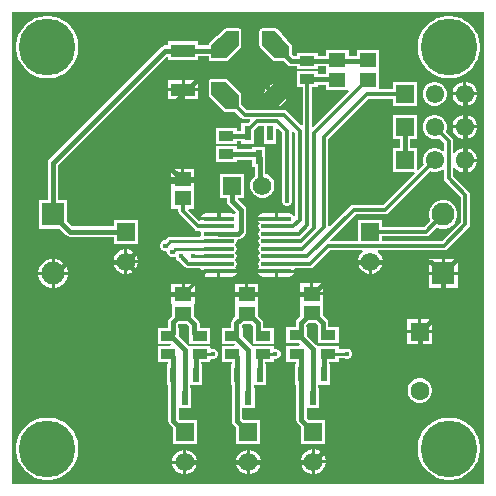
<source format=gtl>
G04*
G04 #@! TF.GenerationSoftware,Altium Limited,Altium Designer,22.2.1 (43)*
G04*
G04 Layer_Physical_Order=1*
G04 Layer_Color=255*
%FSLAX25Y25*%
%MOIN*%
G70*
G04*
G04 #@! TF.SameCoordinates,3B3E58CF-1C3C-4CAC-96B8-8F734E900E2C*
G04*
G04*
G04 #@! TF.FilePolarity,Positive*
G04*
G01*
G75*
%ADD12R,0.08071X0.04331*%
%ADD13R,0.05151X0.03567*%
%ADD14R,0.02402X0.04961*%
%ADD15R,0.05733X0.04940*%
%ADD17C,0.05563*%
%ADD22C,0.06181*%
%ADD23R,0.06181X0.06181*%
%ADD24R,0.06181X0.06181*%
%ADD25C,0.06299*%
%ADD26R,0.06299X0.06299*%
%ADD29O,0.10039X0.01575*%
%ADD30C,0.01575*%
%ADD31C,0.01181*%
%ADD32C,0.01000*%
%ADD33R,0.06102X0.06102*%
%ADD34C,0.06102*%
%ADD35C,0.07677*%
%ADD36R,0.07677X0.07677*%
%ADD37C,0.18898*%
%ADD38C,0.01575*%
G36*
X157480Y0D02*
X0D01*
Y157480D01*
X157480D01*
Y0D01*
D02*
G37*
%LPC*%
G36*
X75563Y151936D02*
X71626D01*
X71469Y151904D01*
X71309Y151881D01*
X71289Y151868D01*
X71265Y151864D01*
X71131Y151774D01*
X70993Y151692D01*
X65875Y147066D01*
X65861Y147047D01*
X65841Y147033D01*
X65751Y146899D01*
X65656Y146771D01*
X65650Y146747D01*
X65636Y146727D01*
X65605Y146570D01*
X65566Y146414D01*
X65119Y146242D01*
X62047D01*
Y147587D01*
X52126D01*
Y146242D01*
X51189D01*
X50521Y146109D01*
X49954Y145731D01*
X12494Y108270D01*
X12115Y107704D01*
X11982Y107035D01*
Y94693D01*
X8964D01*
Y85165D01*
X16023D01*
X18212Y82976D01*
X18778Y82597D01*
X19447Y82464D01*
X33984D01*
Y80195D01*
X42016D01*
Y88226D01*
X33984D01*
Y85957D01*
X20170D01*
X18492Y87635D01*
Y94693D01*
X15474D01*
Y106312D01*
X51626Y142464D01*
X52126Y142256D01*
Y141405D01*
X62047D01*
Y142750D01*
X65565D01*
Y141937D01*
X65636Y141576D01*
X65841Y141270D01*
X66147Y141066D01*
X66508Y140994D01*
X71232D01*
X71232Y140994D01*
X71593Y141066D01*
X71899Y141270D01*
X71899Y141270D01*
X76230Y145601D01*
X76434Y145907D01*
X76506Y146268D01*
X76506Y146268D01*
Y150992D01*
X76434Y151353D01*
X76230Y151659D01*
X75924Y151864D01*
X75563Y151936D01*
D02*
G37*
G36*
X87866D02*
X83437D01*
X83076Y151864D01*
X82770Y151659D01*
X82565Y151353D01*
X82494Y150992D01*
Y146268D01*
X82494Y146268D01*
X82565Y145907D01*
X82770Y145601D01*
X82770Y145601D01*
X87101Y141270D01*
X87407Y141066D01*
X87768Y140994D01*
X87768Y140994D01*
X90787D01*
X91960Y139821D01*
X92526Y139442D01*
X93194Y139309D01*
X95000D01*
Y138347D01*
X102000D01*
Y139309D01*
X104769D01*
Y136691D01*
X102000D01*
Y137653D01*
X95000D01*
Y132236D01*
X96955D01*
Y119664D01*
X96493Y119473D01*
X91703Y124262D01*
X91202Y124597D01*
X90610Y124715D01*
X78258D01*
X76506Y126467D01*
Y129732D01*
X76506Y129732D01*
X76434Y130093D01*
X76230Y130399D01*
X76230Y130399D01*
X71899Y134730D01*
X71593Y134934D01*
X71232Y135006D01*
X71232Y135006D01*
X66508D01*
X66147Y134934D01*
X65841Y134730D01*
X65636Y134424D01*
X65565Y134063D01*
Y130126D01*
X65596Y129969D01*
X65619Y129809D01*
X65632Y129789D01*
X65636Y129765D01*
X65726Y129631D01*
X65808Y129493D01*
X70434Y124375D01*
X70453Y124361D01*
X70467Y124341D01*
X70600Y124251D01*
X70729Y124156D01*
X70753Y124150D01*
X70773Y124136D01*
X70930Y124105D01*
X71086Y124066D01*
X71110Y124069D01*
X71134Y124065D01*
X74537D01*
X76525Y122076D01*
X77027Y121741D01*
X77618Y121624D01*
X77618Y121624D01*
X79428D01*
X79542Y121350D01*
X79570Y121124D01*
X78769Y120323D01*
X76442D01*
Y117802D01*
X75000D01*
Y118764D01*
X68000D01*
Y113347D01*
X75000D01*
Y114309D01*
X76442D01*
Y113512D01*
X80694D01*
Y117877D01*
X81801Y118984D01*
X81805Y118989D01*
X82258Y119443D01*
X83922D01*
Y113512D01*
X88174D01*
Y118436D01*
X88636Y118627D01*
X90187Y117076D01*
Y95232D01*
X90020Y94829D01*
Y94147D01*
X90280Y93518D01*
X90762Y93036D01*
X91392Y92776D01*
X92073D01*
X92702Y93036D01*
X93184Y93518D01*
X93445Y94147D01*
Y94829D01*
X93278Y95232D01*
Y117609D01*
X93536Y117776D01*
X93765Y117829D01*
X94517Y117076D01*
Y89073D01*
X94017Y89024D01*
X93993Y89145D01*
X93598Y89736D01*
X93007Y90131D01*
X92310Y90270D01*
X88577D01*
Y88448D01*
X88077D01*
Y87948D01*
X82122D01*
X82161Y87750D01*
X82556Y87159D01*
X82565Y87115D01*
X82232Y86616D01*
X82099Y85948D01*
X82232Y85280D01*
X82610Y84713D01*
Y84683D01*
X82232Y84116D01*
X82099Y83448D01*
X82232Y82780D01*
X82610Y82213D01*
Y82183D01*
X82232Y81616D01*
X82099Y80948D01*
X82232Y80280D01*
X82610Y79713D01*
Y79682D01*
X82232Y79116D01*
X82099Y78448D01*
X82232Y77780D01*
X82610Y77213D01*
Y77183D01*
X82232Y76616D01*
X82099Y75948D01*
X82232Y75280D01*
X82610Y74713D01*
Y74682D01*
X82232Y74116D01*
X82099Y73448D01*
X82232Y72780D01*
X82565Y72281D01*
X82556Y72237D01*
X82161Y71645D01*
X82122Y71448D01*
X88077D01*
X94072D01*
X94377Y71902D01*
X99432D01*
X100023Y72020D01*
X100525Y72355D01*
X106154Y77984D01*
X116889D01*
X117018Y77501D01*
X116988Y77484D01*
X116227Y76722D01*
X115688Y75789D01*
X115409Y74749D01*
Y74711D01*
X119500D01*
X123591D01*
Y74749D01*
X123312Y75789D01*
X122773Y76722D01*
X122012Y77484D01*
X121982Y77501D01*
X122111Y77984D01*
X144097D01*
X144688Y78102D01*
X145189Y78437D01*
X152274Y85521D01*
X152609Y86023D01*
X152727Y86614D01*
X152726Y86614D01*
Y96457D01*
X152609Y97048D01*
X152274Y97549D01*
X147187Y102636D01*
Y105502D01*
X147687Y105636D01*
X147758Y105512D01*
X148512Y104758D01*
X149436Y104225D01*
X150467Y103949D01*
X150500D01*
Y108000D01*
Y112051D01*
X150467D01*
X149436Y111775D01*
X148512Y111242D01*
X147758Y110487D01*
X147687Y110364D01*
X147187Y110498D01*
Y114435D01*
X147070Y115026D01*
X146734Y115528D01*
X144709Y117554D01*
X144976Y118553D01*
Y119600D01*
X144705Y120612D01*
X144182Y121518D01*
X143442Y122259D01*
X142535Y122782D01*
X141524Y123053D01*
X140477D01*
X139465Y122782D01*
X138558Y122259D01*
X137818Y121518D01*
X137295Y120612D01*
X137024Y119600D01*
Y118553D01*
X137295Y117542D01*
X137818Y116635D01*
X138558Y115895D01*
X139465Y115371D01*
X140477Y115100D01*
X141524D01*
X142523Y115368D01*
X144096Y113795D01*
Y111180D01*
X143634Y110989D01*
X143442Y111182D01*
X142535Y111705D01*
X141524Y111976D01*
X140477D01*
X139465Y111705D01*
X138558Y111182D01*
X137818Y110442D01*
X137295Y109535D01*
X137024Y108523D01*
Y107476D01*
X137291Y106477D01*
X135438Y104624D01*
X134976Y104815D01*
Y111976D01*
X132746D01*
Y115100D01*
X134976D01*
Y123053D01*
X127024D01*
Y115100D01*
X129254D01*
Y111976D01*
X127024D01*
Y104024D01*
X134185D01*
X134376Y103562D01*
X123863Y93049D01*
X113944D01*
X113353Y92931D01*
X112851Y92596D01*
X105982Y85727D01*
X105482Y85934D01*
Y115108D01*
X118906Y128531D01*
X127024D01*
Y126100D01*
X134976D01*
Y134053D01*
X127024D01*
Y131622D01*
X122523D01*
Y137856D01*
Y144646D01*
X114940D01*
Y142802D01*
X112352D01*
Y144646D01*
X104769D01*
Y142802D01*
X102000D01*
Y143764D01*
X95000D01*
Y142802D01*
X93918D01*
X93436Y143284D01*
Y145874D01*
X93404Y146031D01*
X93381Y146191D01*
X93368Y146211D01*
X93364Y146235D01*
X93274Y146369D01*
X93192Y146507D01*
X88566Y151625D01*
X88547Y151639D01*
X88533Y151659D01*
X88399Y151749D01*
X88271Y151844D01*
X88247Y151850D01*
X88227Y151864D01*
X88070Y151895D01*
X87914Y151934D01*
X87890Y151931D01*
X87866Y151936D01*
D02*
G37*
G36*
X146486Y156043D02*
X144853D01*
X143240Y155788D01*
X141687Y155283D01*
X140232Y154542D01*
X138911Y153582D01*
X137756Y152427D01*
X136797Y151107D01*
X136055Y149652D01*
X135551Y148099D01*
X135295Y146486D01*
Y144853D01*
X135551Y143240D01*
X136055Y141687D01*
X136797Y140232D01*
X137756Y138911D01*
X138911Y137756D01*
X140232Y136797D01*
X141687Y136055D01*
X143240Y135551D01*
X144853Y135295D01*
X146486D01*
X148099Y135551D01*
X149652Y136055D01*
X151107Y136797D01*
X152427Y137756D01*
X153582Y138911D01*
X154542Y140232D01*
X155283Y141687D01*
X155788Y143240D01*
X156043Y144853D01*
Y146486D01*
X155788Y148099D01*
X155283Y149652D01*
X154542Y151107D01*
X153582Y152427D01*
X152427Y153582D01*
X151107Y154542D01*
X149652Y155283D01*
X148099Y155788D01*
X146486Y156043D01*
D02*
G37*
G36*
X12628D02*
X10995D01*
X9382Y155788D01*
X7829Y155283D01*
X6374Y154542D01*
X5053Y153582D01*
X3898Y152427D01*
X2938Y151107D01*
X2197Y149652D01*
X1692Y148099D01*
X1437Y146486D01*
Y144853D01*
X1692Y143240D01*
X2197Y141687D01*
X2938Y140232D01*
X3898Y138911D01*
X5053Y137756D01*
X6374Y136797D01*
X7829Y136055D01*
X9382Y135551D01*
X10995Y135295D01*
X12628D01*
X14240Y135551D01*
X15793Y136055D01*
X17248Y136797D01*
X18569Y137756D01*
X19724Y138911D01*
X20684Y140232D01*
X21425Y141687D01*
X21930Y143240D01*
X22185Y144853D01*
Y146486D01*
X21930Y148099D01*
X21425Y149652D01*
X20684Y151107D01*
X19724Y152427D01*
X18569Y153582D01*
X17248Y154542D01*
X15793Y155283D01*
X14240Y155788D01*
X12628Y156043D01*
D02*
G37*
G36*
X62122Y134669D02*
X57587D01*
Y132004D01*
X62122D01*
Y134669D01*
D02*
G37*
G36*
X56587D02*
X52051D01*
Y132004D01*
X56587D01*
Y134669D01*
D02*
G37*
G36*
X151533Y134128D02*
X151500D01*
Y130577D01*
X155051D01*
Y130610D01*
X154775Y131641D01*
X154242Y132564D01*
X153488Y133319D01*
X152564Y133852D01*
X151533Y134128D01*
D02*
G37*
G36*
X150500D02*
X150467D01*
X149436Y133852D01*
X148512Y133319D01*
X147758Y132564D01*
X147225Y131641D01*
X146949Y130610D01*
Y130577D01*
X150500D01*
Y134128D01*
D02*
G37*
G36*
X86998Y133294D02*
X86399Y133133D01*
X85537Y132635D01*
X84833Y131931D01*
X84335Y131069D01*
X84174Y130470D01*
X86998Y133294D01*
D02*
G37*
G36*
X62122Y131004D02*
X57587D01*
Y128339D01*
X62122D01*
Y131004D01*
D02*
G37*
G36*
X56587D02*
X52051D01*
Y128339D01*
X56587D01*
Y131004D01*
D02*
G37*
G36*
X141524Y134053D02*
X140477D01*
X139465Y133782D01*
X138558Y133259D01*
X137818Y132518D01*
X137295Y131612D01*
X137024Y130600D01*
Y129553D01*
X137295Y128542D01*
X137818Y127635D01*
X138558Y126895D01*
X139465Y126371D01*
X140477Y126100D01*
X141524D01*
X142535Y126371D01*
X143442Y126895D01*
X144182Y127635D01*
X144705Y128542D01*
X144976Y129553D01*
Y130600D01*
X144705Y131612D01*
X144182Y132518D01*
X143442Y133259D01*
X142535Y133782D01*
X141524Y134053D01*
D02*
G37*
G36*
X155051Y129577D02*
X151500D01*
Y126026D01*
X151533D01*
X152564Y126302D01*
X153488Y126835D01*
X154242Y127589D01*
X154775Y128513D01*
X155051Y129543D01*
Y129577D01*
D02*
G37*
G36*
X150500D02*
X146949D01*
Y129543D01*
X147225Y128513D01*
X147758Y127589D01*
X148512Y126835D01*
X149436Y126302D01*
X150467Y126026D01*
X150500D01*
Y129577D01*
D02*
G37*
G36*
X91640Y129109D02*
X91573D01*
X88687Y125916D01*
X89319Y126085D01*
X90181Y126583D01*
X90885Y127287D01*
X91383Y128149D01*
X91640Y129109D01*
D02*
G37*
G36*
X151533Y123128D02*
X151500D01*
Y119577D01*
X155051D01*
Y119610D01*
X154775Y120641D01*
X154242Y121564D01*
X153488Y122319D01*
X152564Y122852D01*
X151533Y123128D01*
D02*
G37*
G36*
X150500D02*
X150467D01*
X149436Y122852D01*
X148512Y122319D01*
X147758Y121564D01*
X147225Y120641D01*
X146949Y119610D01*
Y119577D01*
X150500D01*
Y123128D01*
D02*
G37*
G36*
X155051Y118577D02*
X151500D01*
Y115026D01*
X151533D01*
X152564Y115302D01*
X153488Y115835D01*
X154242Y116589D01*
X154775Y117513D01*
X155051Y118544D01*
Y118577D01*
D02*
G37*
G36*
X150500D02*
X146949D01*
Y118544D01*
X147225Y117513D01*
X147758Y116589D01*
X148512Y115835D01*
X149436Y115302D01*
X150467Y115026D01*
X150500D01*
Y118577D01*
D02*
G37*
G36*
X151533Y112051D02*
X151500D01*
Y108500D01*
X155051D01*
Y108533D01*
X154775Y109564D01*
X154242Y110487D01*
X153488Y111242D01*
X152564Y111775D01*
X151533Y112051D01*
D02*
G37*
G36*
X155051Y107500D02*
X151500D01*
Y103949D01*
X151533D01*
X152564Y104225D01*
X153488Y104758D01*
X154242Y105512D01*
X154775Y106436D01*
X155051Y107467D01*
Y107500D01*
D02*
G37*
G36*
X60866Y105221D02*
X57500D01*
Y102251D01*
X60866D01*
Y105221D01*
D02*
G37*
G36*
X56500D02*
X53133D01*
Y102251D01*
X56500D01*
Y105221D01*
D02*
G37*
G36*
X75000Y112653D02*
X68000D01*
Y107236D01*
X75000D01*
Y108198D01*
X80182D01*
Y105677D01*
X80975D01*
Y102654D01*
X80287Y101966D01*
X79758Y101050D01*
X79484Y100029D01*
Y98971D01*
X79758Y97950D01*
X80287Y97034D01*
X81034Y96287D01*
X81950Y95758D01*
X82971Y95484D01*
X84029D01*
X85050Y95758D01*
X85966Y96287D01*
X86713Y97034D01*
X87242Y97950D01*
X87516Y98971D01*
Y100029D01*
X87242Y101050D01*
X86713Y101966D01*
X85966Y102713D01*
X85050Y103242D01*
X84468Y103398D01*
Y108669D01*
X84434Y108838D01*
Y112488D01*
X80182D01*
Y111691D01*
X75000D01*
Y112653D01*
D02*
G37*
G36*
X77516Y103516D02*
X69484D01*
Y95484D01*
X71754D01*
Y94341D01*
X71887Y93673D01*
X72265Y93107D01*
X74632Y90740D01*
Y90252D01*
X74132Y89985D01*
X73913Y90131D01*
X73215Y90270D01*
X69483D01*
Y88448D01*
X68983D01*
Y87948D01*
X62992D01*
X62975Y87920D01*
X62436Y87781D01*
X58863Y91354D01*
X59070Y91854D01*
X60792D01*
Y98281D01*
X60866D01*
Y101251D01*
X57000D01*
X53133D01*
Y98281D01*
X53208D01*
Y91854D01*
X55454D01*
Y91031D01*
X55572Y90440D01*
X55907Y89939D01*
X60991Y84855D01*
X61492Y84520D01*
X62084Y84402D01*
X62773D01*
X63095Y83902D01*
X63004Y83448D01*
X63113Y82901D01*
X62835Y82401D01*
X52757D01*
X52201Y82290D01*
X51729Y81975D01*
X50994Y81240D01*
X50840D01*
X50211Y80979D01*
X49729Y80498D01*
X49468Y79868D01*
Y79187D01*
X49729Y78557D01*
X50211Y78076D01*
X50840Y77815D01*
X51522D01*
X51831Y77402D01*
Y77218D01*
X52091Y76589D01*
X52573Y76107D01*
X53203Y75846D01*
X53884D01*
X54087Y75930D01*
X54587Y75644D01*
X54847Y75014D01*
X55329Y74532D01*
X55733Y74365D01*
X57743Y72355D01*
X57743Y72355D01*
X58244Y72020D01*
X58836Y71902D01*
X58836Y71902D01*
X62683D01*
X62988Y71448D01*
X68983D01*
X74938D01*
X74899Y71645D01*
X74504Y72237D01*
X74495Y72281D01*
X74828Y72780D01*
X74961Y73448D01*
X74828Y74116D01*
X74450Y74682D01*
Y74713D01*
X74828Y75280D01*
X74961Y75948D01*
X74828Y76616D01*
X74450Y77183D01*
Y77213D01*
X74828Y77780D01*
X74961Y78448D01*
X74828Y79116D01*
X74450Y79682D01*
Y79713D01*
X74828Y80280D01*
X74961Y80948D01*
X74911Y81202D01*
X75321Y81702D01*
X75455D01*
X76124Y81835D01*
X76690Y82213D01*
X77613Y83136D01*
X77991Y83702D01*
X78124Y84370D01*
Y91464D01*
X77991Y92132D01*
X77613Y92698D01*
X75327Y94984D01*
X75440Y95484D01*
X77516D01*
Y103516D01*
D02*
G37*
G36*
X68483Y90270D02*
X64751D01*
X64053Y90131D01*
X63462Y89736D01*
X63067Y89145D01*
X63028Y88948D01*
X68483D01*
Y90270D01*
D02*
G37*
G36*
X87577D02*
X83845D01*
X83148Y90131D01*
X82556Y89736D01*
X82161Y89145D01*
X82122Y88948D01*
X87577D01*
Y90270D01*
D02*
G37*
G36*
X38539Y78301D02*
X38500D01*
Y74711D01*
X42091D01*
Y74749D01*
X41812Y75789D01*
X41273Y76722D01*
X40512Y77484D01*
X39579Y78022D01*
X38539Y78301D01*
D02*
G37*
G36*
X37500D02*
X37462D01*
X36421Y78022D01*
X35488Y77484D01*
X34727Y76722D01*
X34188Y75789D01*
X33909Y74749D01*
Y74711D01*
X37500D01*
Y78301D01*
D02*
G37*
G36*
X14365Y75083D02*
X14228D01*
Y70744D01*
X18567D01*
Y70881D01*
X18237Y72112D01*
X17600Y73215D01*
X16699Y74116D01*
X15596Y74753D01*
X14365Y75083D01*
D02*
G37*
G36*
X13228D02*
X13091D01*
X11861Y74753D01*
X10757Y74116D01*
X9856Y73215D01*
X9219Y72112D01*
X8890Y70881D01*
Y70744D01*
X13228D01*
Y75083D01*
D02*
G37*
G36*
X148610Y75083D02*
X144272D01*
Y70744D01*
X148610D01*
Y75083D01*
D02*
G37*
G36*
X143272D02*
X138933D01*
Y70744D01*
X143272D01*
Y75083D01*
D02*
G37*
G36*
X123591Y73711D02*
X120000D01*
Y70120D01*
X120038D01*
X121079Y70399D01*
X122012Y70937D01*
X122773Y71699D01*
X123312Y72632D01*
X123591Y73672D01*
Y73711D01*
D02*
G37*
G36*
X119000D02*
X115409D01*
Y73672D01*
X115688Y72632D01*
X116227Y71699D01*
X116988Y70937D01*
X117921Y70399D01*
X118962Y70120D01*
X119000D01*
Y73711D01*
D02*
G37*
G36*
X42091D02*
X38500D01*
Y70120D01*
X38539D01*
X39579Y70399D01*
X40512Y70937D01*
X41273Y71699D01*
X41812Y72632D01*
X42091Y73672D01*
Y73711D01*
D02*
G37*
G36*
X37500D02*
X33909D01*
Y73672D01*
X34188Y72632D01*
X34727Y71699D01*
X35488Y70937D01*
X36421Y70399D01*
X37462Y70120D01*
X37500D01*
Y73711D01*
D02*
G37*
G36*
X94033Y70448D02*
X88577D01*
Y69125D01*
X92310D01*
X93007Y69264D01*
X93598Y69659D01*
X93993Y70250D01*
X94033Y70448D01*
D02*
G37*
G36*
X87577D02*
X82122D01*
X82161Y70250D01*
X82556Y69659D01*
X83148Y69264D01*
X83845Y69125D01*
X87577D01*
Y70448D01*
D02*
G37*
G36*
X74938Y70448D02*
X69483D01*
Y69125D01*
X73215D01*
X73913Y69264D01*
X74504Y69659D01*
X74899Y70250D01*
X74938Y70448D01*
D02*
G37*
G36*
X68483D02*
X63028D01*
X63067Y70250D01*
X63462Y69659D01*
X64053Y69264D01*
X64751Y69125D01*
X68483D01*
Y70448D01*
D02*
G37*
G36*
X18567Y69744D02*
X14228D01*
Y65406D01*
X14365D01*
X15596Y65735D01*
X16699Y66372D01*
X17600Y67273D01*
X18237Y68376D01*
X18567Y69607D01*
Y69744D01*
D02*
G37*
G36*
X13228D02*
X8890D01*
Y69607D01*
X9219Y68376D01*
X9856Y67273D01*
X10757Y66372D01*
X11861Y65735D01*
X13091Y65406D01*
X13228D01*
Y69744D01*
D02*
G37*
G36*
X148610Y69744D02*
X144272D01*
Y65406D01*
X148610D01*
Y69744D01*
D02*
G37*
G36*
X143272D02*
X138933D01*
Y65406D01*
X143272D01*
Y69744D01*
D02*
G37*
G36*
X103867Y66970D02*
X100500D01*
Y64000D01*
X103867D01*
Y66970D01*
D02*
G37*
G36*
X99500D02*
X96134D01*
Y64000D01*
X99500D01*
Y66970D01*
D02*
G37*
G36*
X82213Y66856D02*
X78847D01*
Y63886D01*
X82213D01*
Y66856D01*
D02*
G37*
G36*
X60953D02*
X57587D01*
Y63886D01*
X60953D01*
Y66856D01*
D02*
G37*
G36*
X56587D02*
X53220D01*
Y63886D01*
X56587D01*
Y66856D01*
D02*
G37*
G36*
X77846D02*
X74480D01*
Y63886D01*
X77846D01*
Y66856D01*
D02*
G37*
G36*
X140150Y54992D02*
X136500D01*
Y51342D01*
X140150D01*
Y54992D01*
D02*
G37*
G36*
X135500D02*
X131850D01*
Y51342D01*
X135500D01*
Y54992D01*
D02*
G37*
G36*
X103867Y63000D02*
X100000D01*
X96134D01*
Y60030D01*
X96208D01*
Y56072D01*
X95222Y55086D01*
X94844Y54519D01*
X94710Y53851D01*
Y52326D01*
X91500D01*
Y46908D01*
X95841D01*
X95988Y46715D01*
X95740Y46215D01*
X91500D01*
Y40797D01*
X94774D01*
Y40033D01*
X94394D01*
Y33222D01*
X94774D01*
Y21480D01*
X94906Y20812D01*
X95285Y20246D01*
X96484Y19046D01*
Y13484D01*
X104516D01*
Y21516D01*
X98954D01*
X98266Y22204D01*
Y25387D01*
X102386D01*
Y32198D01*
X102006D01*
Y33222D01*
X106126D01*
Y40033D01*
X105746D01*
Y40797D01*
X108950D01*
Y42053D01*
X110645D01*
X111272Y41793D01*
X111953D01*
X112582Y42054D01*
X113064Y42536D01*
X113325Y43165D01*
Y43847D01*
X113064Y44476D01*
X112582Y44958D01*
X111953Y45219D01*
X111272D01*
X110645Y44959D01*
X108950D01*
Y46215D01*
X101949D01*
X101949Y46215D01*
Y46215D01*
X101502Y46372D01*
X101495Y46383D01*
X98500Y49377D01*
Y52326D01*
X98203D01*
Y53128D01*
X98678Y53603D01*
X101322D01*
X101916Y53009D01*
Y50613D01*
X101949Y50444D01*
Y46908D01*
X108950D01*
Y52326D01*
X105408D01*
Y53733D01*
X105275Y54401D01*
X104897Y54967D01*
X103792Y56072D01*
Y60030D01*
X103867D01*
Y63000D01*
D02*
G37*
G36*
X82213Y62886D02*
X78347D01*
X74480D01*
Y59916D01*
X74555D01*
Y55957D01*
X73655Y55058D01*
X73277Y54491D01*
X73144Y53823D01*
Y52211D01*
X69896D01*
Y46794D01*
X74237D01*
X74385Y46600D01*
X74137Y46101D01*
X69896D01*
Y40683D01*
X73360D01*
Y39919D01*
X72980D01*
Y33108D01*
X73360D01*
Y21126D01*
X73493Y20458D01*
X73872Y19891D01*
X74831Y18932D01*
Y13370D01*
X82862D01*
Y21402D01*
X77300D01*
X76852Y21849D01*
Y25273D01*
X80972D01*
Y32084D01*
X80593D01*
Y33108D01*
X84713D01*
Y39919D01*
X84333D01*
Y40683D01*
X87347D01*
Y41551D01*
X87539Y41679D01*
X88221D01*
X88850Y41940D01*
X89332Y42422D01*
X89592Y43051D01*
Y43732D01*
X89332Y44362D01*
X88850Y44844D01*
X88221Y45104D01*
X87539D01*
X87347Y45233D01*
Y46101D01*
X80346D01*
X80346Y46101D01*
X79909Y46252D01*
X76897Y49263D01*
Y52211D01*
X76636D01*
Y53100D01*
X77025Y53489D01*
X79669D01*
X80313Y52845D01*
Y50499D01*
X80346Y50330D01*
Y46794D01*
X87347D01*
Y52211D01*
X83805D01*
Y53568D01*
X83672Y54237D01*
X83293Y54803D01*
X82138Y55958D01*
Y59916D01*
X82213D01*
Y62886D01*
D02*
G37*
G36*
X60953D02*
X57087D01*
X53220D01*
Y59916D01*
X53295D01*
Y55958D01*
X52549Y55212D01*
X52170Y54646D01*
X52037Y53977D01*
Y52211D01*
X48636D01*
Y46794D01*
X52977D01*
X53125Y46600D01*
X52877Y46101D01*
X48636D01*
Y40683D01*
X52100D01*
Y39919D01*
X51720D01*
Y33108D01*
X52100D01*
Y21126D01*
X52233Y20458D01*
X52612Y19891D01*
X53571Y18932D01*
Y13370D01*
X61602D01*
Y21402D01*
X56040D01*
X55593Y21849D01*
Y25273D01*
X59713D01*
Y32084D01*
X59333D01*
Y33108D01*
X63453D01*
Y39919D01*
X63073D01*
Y40683D01*
X66148D01*
Y41447D01*
X66563Y41725D01*
X66673Y41679D01*
X67354D01*
X67984Y41940D01*
X68466Y42422D01*
X68726Y43051D01*
Y43732D01*
X68466Y44362D01*
X67984Y44844D01*
X67354Y45104D01*
X66673D01*
X66563Y45059D01*
X66148Y45337D01*
Y46101D01*
X59147D01*
X59147Y46101D01*
X58692Y46209D01*
X55637Y49263D01*
Y52211D01*
X55530D01*
Y53254D01*
X55764Y53489D01*
X58409D01*
X59113Y52785D01*
Y50499D01*
X59147Y50330D01*
Y46794D01*
X66148D01*
Y52211D01*
X62605D01*
Y53508D01*
X62472Y54176D01*
X62094Y54742D01*
X60878Y55958D01*
Y59916D01*
X60953D01*
Y62886D01*
D02*
G37*
G36*
X140150Y50343D02*
X136500D01*
Y46693D01*
X140150D01*
Y50343D01*
D02*
G37*
G36*
X135500D02*
X131850D01*
Y46693D01*
X135500D01*
Y50343D01*
D02*
G37*
G36*
X136537Y35232D02*
X135464D01*
X134427Y34955D01*
X133498Y34418D01*
X132739Y33659D01*
X132203Y32730D01*
X131925Y31694D01*
Y30621D01*
X132203Y29585D01*
X132739Y28655D01*
X133498Y27897D01*
X134427Y27360D01*
X135464Y27083D01*
X136537D01*
X137573Y27360D01*
X138502Y27897D01*
X139261Y28655D01*
X139797Y29585D01*
X140075Y30621D01*
Y31694D01*
X139797Y32730D01*
X139261Y33659D01*
X138502Y34418D01*
X137573Y34955D01*
X136537Y35232D01*
D02*
G37*
G36*
X101039Y11591D02*
X101000D01*
Y8000D01*
X104591D01*
Y8038D01*
X104312Y9079D01*
X103773Y10012D01*
X103012Y10773D01*
X102079Y11312D01*
X101039Y11591D01*
D02*
G37*
G36*
X100000D02*
X99962D01*
X98921Y11312D01*
X97988Y10773D01*
X97227Y10012D01*
X96688Y9079D01*
X96409Y8038D01*
Y8000D01*
X100000D01*
Y11591D01*
D02*
G37*
G36*
X79385Y11476D02*
X79347D01*
Y7886D01*
X82937D01*
Y7924D01*
X82658Y8965D01*
X82120Y9898D01*
X81358Y10659D01*
X80425Y11198D01*
X79385Y11476D01*
D02*
G37*
G36*
X58125D02*
X58087D01*
Y7886D01*
X61677D01*
Y7924D01*
X61398Y8965D01*
X60860Y9898D01*
X60098Y10659D01*
X59166Y11198D01*
X58125Y11476D01*
D02*
G37*
G36*
X78347D02*
X78308D01*
X77268Y11198D01*
X76335Y10659D01*
X75573Y9898D01*
X75035Y8965D01*
X74756Y7924D01*
Y7886D01*
X78347D01*
Y11476D01*
D02*
G37*
G36*
X57087D02*
X57048D01*
X56008Y11198D01*
X55075Y10659D01*
X54313Y9898D01*
X53775Y8965D01*
X53496Y7924D01*
Y7886D01*
X57087D01*
Y11476D01*
D02*
G37*
G36*
X104591Y7000D02*
X101000D01*
Y3409D01*
X101039D01*
X102079Y3688D01*
X103012Y4227D01*
X103773Y4988D01*
X104312Y5921D01*
X104591Y6961D01*
Y7000D01*
D02*
G37*
G36*
X100000D02*
X96409D01*
Y6961D01*
X96688Y5921D01*
X97227Y4988D01*
X97988Y4227D01*
X98921Y3688D01*
X99962Y3409D01*
X100000D01*
Y7000D01*
D02*
G37*
G36*
X82937Y6886D02*
X79347D01*
Y3295D01*
X79385D01*
X80425Y3574D01*
X81358Y4113D01*
X82120Y4874D01*
X82658Y5807D01*
X82937Y6847D01*
Y6886D01*
D02*
G37*
G36*
X78347D02*
X74756D01*
Y6847D01*
X75035Y5807D01*
X75573Y4874D01*
X76335Y4113D01*
X77268Y3574D01*
X78308Y3295D01*
X78347D01*
Y6886D01*
D02*
G37*
G36*
X61677D02*
X58087D01*
Y3295D01*
X58125D01*
X59166Y3574D01*
X60098Y4113D01*
X60860Y4874D01*
X61398Y5807D01*
X61677Y6847D01*
Y6886D01*
D02*
G37*
G36*
X57087D02*
X53496D01*
Y6847D01*
X53775Y5807D01*
X54313Y4874D01*
X55075Y4113D01*
X56008Y3574D01*
X57048Y3295D01*
X57087D01*
Y6886D01*
D02*
G37*
G36*
X146486Y22185D02*
X144853D01*
X143240Y21930D01*
X141687Y21425D01*
X140232Y20684D01*
X138911Y19724D01*
X137756Y18569D01*
X136797Y17248D01*
X136055Y15793D01*
X135551Y14240D01*
X135295Y12628D01*
Y10995D01*
X135551Y9382D01*
X136055Y7829D01*
X136797Y6374D01*
X137756Y5053D01*
X138911Y3898D01*
X140232Y2938D01*
X141687Y2197D01*
X143240Y1692D01*
X144853Y1437D01*
X146486D01*
X148099Y1692D01*
X149652Y2197D01*
X151107Y2938D01*
X152427Y3898D01*
X153582Y5053D01*
X154542Y6374D01*
X155283Y7829D01*
X155788Y9382D01*
X156043Y10995D01*
Y12628D01*
X155788Y14240D01*
X155283Y15793D01*
X154542Y17248D01*
X153582Y18569D01*
X152427Y19724D01*
X151107Y20684D01*
X149652Y21425D01*
X148099Y21930D01*
X146486Y22185D01*
D02*
G37*
G36*
X12628D02*
X10995D01*
X9382Y21930D01*
X7829Y21425D01*
X6374Y20684D01*
X5053Y19724D01*
X3898Y18569D01*
X2938Y17248D01*
X2197Y15793D01*
X1692Y14240D01*
X1437Y12628D01*
Y10995D01*
X1692Y9382D01*
X2197Y7829D01*
X2938Y6374D01*
X3898Y5053D01*
X5053Y3898D01*
X6374Y2938D01*
X7829Y2197D01*
X9382Y1692D01*
X10995Y1437D01*
X12628D01*
X14240Y1692D01*
X15793Y2197D01*
X17248Y2938D01*
X18569Y3898D01*
X19724Y5053D01*
X20684Y6374D01*
X21425Y7829D01*
X21930Y9382D01*
X22185Y10995D01*
Y12628D01*
X21930Y14240D01*
X21425Y15793D01*
X20684Y17248D01*
X19724Y18569D01*
X18569Y19724D01*
X17248Y20684D01*
X15793Y21425D01*
X14240Y21930D01*
X12628Y22185D01*
D02*
G37*
%LPD*%
G36*
X75563Y146268D02*
X71232Y141937D01*
X66508D01*
Y146366D01*
X71626Y150992D01*
X75563D01*
Y146268D01*
D02*
G37*
G36*
X92492Y145874D02*
Y141937D01*
X87768D01*
X83437Y146268D01*
Y150992D01*
X87866D01*
X92492Y145874D01*
D02*
G37*
G36*
X75563Y129732D02*
Y125008D01*
X71134D01*
X66508Y130126D01*
Y134063D01*
X71232D01*
X75563Y129732D01*
D02*
G37*
G36*
X104769Y131354D02*
X112047D01*
X112254Y130854D01*
X100507Y119107D01*
X100046Y119299D01*
Y132236D01*
X102000D01*
Y133198D01*
X104769D01*
Y131354D01*
D02*
G37*
G36*
X144096Y104820D02*
Y101996D01*
X144214Y101405D01*
X144549Y100903D01*
X149636Y95816D01*
Y87254D01*
X143456Y81075D01*
X123516D01*
Y82665D01*
X138053D01*
X138645Y82783D01*
X139146Y83118D01*
X141670Y85642D01*
X141933Y85490D01*
X143145Y85165D01*
X144399D01*
X145610Y85490D01*
X146697Y86117D01*
X147584Y87004D01*
X148211Y88090D01*
X148536Y89302D01*
Y90556D01*
X148211Y91768D01*
X147584Y92854D01*
X146697Y93741D01*
X145610Y94368D01*
X144399Y94693D01*
X143145D01*
X141933Y94368D01*
X140847Y93741D01*
X139960Y92854D01*
X139333Y91768D01*
X139008Y90556D01*
Y89302D01*
X139333Y88090D01*
X139484Y87827D01*
X137413Y85756D01*
X123516D01*
Y88226D01*
X115484D01*
Y81075D01*
X106355D01*
X106164Y81537D01*
X114584Y89958D01*
X124503D01*
X125094Y90075D01*
X125596Y90410D01*
X139477Y104291D01*
X140477Y104024D01*
X141524D01*
X142535Y104295D01*
X143442Y104818D01*
X143634Y105011D01*
X144096Y104820D01*
D02*
G37*
D12*
X57087Y131504D02*
D03*
Y144496D02*
D03*
D13*
X83846Y43392D02*
D03*
Y49503D02*
D03*
X73397Y43392D02*
D03*
Y49503D02*
D03*
X71500Y116055D02*
D03*
Y109945D02*
D03*
X98500Y134945D02*
D03*
Y141055D02*
D03*
X95000Y43506D02*
D03*
Y49617D02*
D03*
X105450Y43506D02*
D03*
Y49617D02*
D03*
X62647Y43392D02*
D03*
Y49503D02*
D03*
X52137Y43392D02*
D03*
Y49503D02*
D03*
D14*
X82308Y109083D02*
D03*
X78568Y116917D02*
D03*
X86048D02*
D03*
X100260Y28793D02*
D03*
X96520Y36628D02*
D03*
X104000D02*
D03*
X78847Y28679D02*
D03*
X75106Y36513D02*
D03*
X82587D02*
D03*
X57587Y28679D02*
D03*
X53847Y36513D02*
D03*
X61327D02*
D03*
D15*
X108560Y134749D02*
D03*
Y141251D02*
D03*
X118731Y134749D02*
D03*
Y141251D02*
D03*
X57000Y101751D02*
D03*
Y95249D02*
D03*
X100000Y63500D02*
D03*
Y56998D02*
D03*
X78347Y63386D02*
D03*
Y56884D02*
D03*
X57087Y63386D02*
D03*
Y56884D02*
D03*
D17*
X71141Y129609D02*
D03*
X87859D02*
D03*
Y146391D02*
D03*
X71109Y146359D02*
D03*
D22*
X119500Y74211D02*
D03*
X83500Y99500D02*
D03*
X38000Y74211D02*
D03*
X100500Y7500D02*
D03*
X78847Y7386D02*
D03*
X57587D02*
D03*
D23*
X119500Y84211D02*
D03*
X38000D02*
D03*
X100500Y17500D02*
D03*
X78847Y17386D02*
D03*
X57587D02*
D03*
D24*
X73500Y99500D02*
D03*
D25*
X136000Y31157D02*
D03*
D26*
Y50842D02*
D03*
D29*
X88077Y70948D02*
D03*
Y73448D02*
D03*
Y75948D02*
D03*
Y78448D02*
D03*
Y80948D02*
D03*
Y83448D02*
D03*
Y85948D02*
D03*
Y88448D02*
D03*
X68983Y70948D02*
D03*
Y73448D02*
D03*
Y75948D02*
D03*
Y78448D02*
D03*
Y80948D02*
D03*
Y83448D02*
D03*
Y85948D02*
D03*
Y88448D02*
D03*
D30*
X51189Y144496D02*
X58957D01*
X13728Y107035D02*
X51189Y144496D01*
X13728Y89929D02*
Y107035D01*
X58957Y144496D02*
X68167D01*
X70030Y146359D01*
X71109D01*
X56430Y101181D02*
X57000Y101751D01*
X51181Y101181D02*
X56430D01*
X48031Y98032D02*
X51181Y101181D01*
X48031Y84242D02*
Y98032D01*
X38000Y74211D02*
X48031Y84242D01*
X143772Y70244D02*
X154331Y80803D01*
Y98032D01*
X151000Y101362D02*
X154331Y98032D01*
X151000Y101362D02*
Y108000D01*
X43751Y112784D02*
Y116819D01*
X63940Y137008D01*
X80460D01*
X87859Y129609D01*
X52559Y105795D02*
X56603Y101751D01*
X43751Y108748D02*
Y112784D01*
Y108748D02*
X46704Y105795D01*
X52559D01*
X57483Y63386D02*
X78347D01*
X57644Y7443D02*
X100443D01*
X100500Y7500D02*
X136000Y43000D01*
Y50842D01*
X14564Y70244D02*
X18531Y74211D01*
X38000D01*
X13728Y70244D02*
X14564D01*
X48825Y63386D02*
X57087D01*
X38000Y74211D02*
X48825Y63386D01*
X100397Y63500D02*
X111107Y74211D01*
X100000Y63500D02*
X100397D01*
X111107Y74211D02*
X119500D01*
X78347Y63386D02*
X99886D01*
X100000Y63500D01*
X139805Y74211D02*
X143772Y70244D01*
X119500Y74211D02*
X139805D01*
X136000Y50842D02*
X143772Y58614D01*
Y70244D01*
X78568Y116469D02*
Y116917D01*
X131000Y108000D02*
Y119077D01*
X108365Y134945D02*
X108560Y134749D01*
X98500Y134945D02*
X108365D01*
X71500Y116055D02*
X78154D01*
X78568Y116469D01*
X81895Y109945D02*
X82308Y109531D01*
X71500Y109945D02*
X81895D01*
X82308Y109083D02*
Y109531D01*
X82722Y100278D02*
X83500Y99500D01*
X82308Y109083D02*
X82722Y108669D01*
Y100278D02*
Y108669D01*
X98500Y141055D02*
X118536D01*
X87859Y146391D02*
X93194Y141055D01*
X98500D01*
X118536D02*
X118731Y141251D01*
X151000Y119077D02*
Y130077D01*
Y108000D02*
Y119077D01*
X100443Y7443D02*
X100500Y7500D01*
X57587Y7386D02*
X57644Y7443D01*
X73500Y94341D02*
Y99500D01*
Y94341D02*
X76378Y91464D01*
Y84370D02*
Y91464D01*
X75455Y83448D02*
X76378Y84370D01*
X68983Y83448D02*
X75455D01*
X74188Y49503D02*
X78847Y44844D01*
Y28679D02*
Y44844D01*
X53784Y50499D02*
Y53977D01*
X56690Y56884D01*
X57483D01*
X74890Y50499D02*
Y53823D01*
X76267Y55200D02*
Y55201D01*
X74890Y53823D02*
X76267Y55200D01*
X77950Y56884D02*
X78743D01*
X76267Y55201D02*
X77950Y56884D01*
X73792Y49898D02*
X74289D01*
X74890Y50499D01*
X53183Y49898D02*
X53784Y50499D01*
X52533Y49898D02*
X53183D01*
X99603Y56998D02*
X100397D01*
X96457Y50613D02*
Y53851D01*
X99603Y56998D01*
X95856Y50013D02*
X96457Y50613D01*
X95396Y50013D02*
X95856D01*
X103662Y50613D02*
Y53733D01*
X104658Y49617D02*
X105450D01*
X103662Y50613D02*
X104658Y49617D01*
X100397Y56998D02*
X103662Y53733D01*
X95000Y49617D02*
X95792D01*
X100260Y28793D02*
Y45149D01*
X95792Y49617D02*
X100260Y45149D01*
X82059Y50499D02*
X83055Y49503D01*
X78743Y56884D02*
X82059Y53568D01*
X83055Y49503D02*
X83846D01*
X82059Y50499D02*
Y53568D01*
X73397Y49503D02*
X74188D01*
X60859Y50499D02*
Y53508D01*
X57483Y56884D02*
X60859Y53508D01*
X61855Y49503D02*
X62647D01*
X60859Y50499D02*
X61855Y49503D01*
X57587Y28679D02*
Y44844D01*
X52929Y49503D02*
X57587Y44844D01*
X52137Y49503D02*
X52929D01*
X104996Y43506D02*
X105450D01*
X104000Y36628D02*
Y42510D01*
X104996Y43506D01*
X62323Y43392D02*
X62647D01*
X61327Y36513D02*
Y42396D01*
X62323Y43392D01*
X83583D02*
X83846D01*
X82587Y36513D02*
Y42396D01*
X83583Y43392D01*
X96520Y36628D02*
Y42510D01*
X95524Y43506D02*
X96520Y42510D01*
X95000Y43506D02*
X95524D01*
X53847Y36513D02*
Y42396D01*
X52850Y43392D02*
X53847Y42396D01*
X52137Y43392D02*
X52850D01*
X73397D02*
X74110D01*
X75106Y36513D02*
Y42396D01*
X74110Y43392D02*
X75106Y42396D01*
X96520Y21480D02*
Y36628D01*
Y21480D02*
X100500Y17500D01*
X53847Y21126D02*
X57587Y17386D01*
X53847Y21126D02*
Y36513D01*
X75106Y21126D02*
X78847Y17386D01*
X75106Y21126D02*
Y36513D01*
X19447Y84211D02*
X38000D01*
X13728Y89929D02*
X19447Y84211D01*
D31*
X60946Y100931D02*
X68983Y92894D01*
X57000Y101751D02*
X57820Y100931D01*
X60946D01*
X79134Y85433D02*
X82073Y88372D01*
X78530Y70948D02*
X79134Y71552D01*
Y85433D01*
X78530Y70948D02*
X88077D01*
X68983D02*
X78530D01*
X88002Y88372D02*
X88077Y88448D01*
X82073Y88372D02*
X88002D01*
X151181Y86614D02*
Y96457D01*
X145642Y101996D02*
X151181Y96457D01*
X144097Y79530D02*
X151181Y86614D01*
X68983Y88448D02*
Y92894D01*
X59363Y65560D02*
X64751Y70948D01*
X59363Y65265D02*
Y65560D01*
X64751Y70948D02*
X68983D01*
X57483Y63386D02*
X59363Y65265D01*
X57087Y63386D02*
X57483D01*
X105514Y79530D02*
X144097D01*
X91732Y94488D02*
Y117717D01*
X81618Y120988D02*
X88461D01*
X91732Y117717D01*
X80709Y120077D02*
Y120079D01*
X81618Y120988D01*
X78568Y118197D02*
X79178Y118807D01*
X79439D01*
X80709Y120077D01*
X78568Y116917D02*
Y118197D01*
X138053Y84211D02*
X143772Y89929D01*
X119500Y84211D02*
X138053D01*
X90610Y123169D02*
X96063Y117717D01*
X71178Y129609D02*
X77618Y123169D01*
X90610D01*
X118266Y130077D02*
X131000D01*
X103937Y85563D02*
Y115748D01*
X118266Y130077D01*
X100787Y117201D02*
X118335Y134749D01*
X100787Y85498D02*
Y117201D01*
X96063Y88214D02*
Y117717D01*
X71141Y129609D02*
X71178D01*
X58836Y73448D02*
X68983D01*
X56299Y75984D02*
X58836Y73448D01*
X88077D02*
X99432D01*
X105514Y79530D01*
X113944Y91503D02*
X124503D01*
X88077Y75948D02*
X98389D01*
X113944Y91503D01*
X145642Y101996D02*
Y114435D01*
X141000Y119077D02*
X145642Y114435D01*
X124503Y91503D02*
X141000Y108000D01*
X88077Y78448D02*
X96822D01*
X103937Y85563D01*
X93796Y85948D02*
X96063Y88214D01*
X98500Y86295D02*
Y134945D01*
X95653Y83448D02*
X98500Y86295D01*
X96237Y80948D02*
X100787Y85498D01*
X88077Y85948D02*
X93796D01*
X118335Y134749D02*
X118731D01*
X88077Y80948D02*
X96237D01*
X88077Y83448D02*
X95653D01*
X57000Y91031D02*
X62084Y85948D01*
X57000Y91031D02*
Y95249D01*
X62084Y85948D02*
X68983D01*
D32*
X53578Y77559D02*
X54417Y78397D01*
X53543Y77559D02*
X53578D01*
X54417Y78397D02*
X68932D01*
X52757Y80948D02*
X68983D01*
X51337Y79528D02*
X52757Y80948D01*
X51181Y79528D02*
X51337D01*
X60236Y75984D02*
X60254Y75966D01*
X68965D01*
X62647Y43392D02*
X67014D01*
X68932Y78397D02*
X68983Y78448D01*
X83846Y43392D02*
X87880D01*
X105450Y43506D02*
X111612D01*
X68965Y75966D02*
X68983Y75948D01*
D33*
X131000Y108000D02*
D03*
Y119077D02*
D03*
Y130077D02*
D03*
D34*
X141000Y108000D02*
D03*
X151000D02*
D03*
X141000Y119077D02*
D03*
X151000D02*
D03*
X141000Y130077D02*
D03*
X151000D02*
D03*
D35*
X143772Y89929D02*
D03*
X13728Y70244D02*
D03*
D36*
X143772Y70244D02*
D03*
X13728Y89929D02*
D03*
D37*
X145669Y11811D02*
D03*
X11811D02*
D03*
X145669Y145669D02*
D03*
X11811D02*
D03*
D38*
X91732Y94488D02*
D03*
X56299Y75984D02*
D03*
X53543Y77559D02*
D03*
X51181Y79528D02*
D03*
X60236Y75984D02*
D03*
X67014Y43392D02*
D03*
X87880D02*
D03*
X111612Y43506D02*
D03*
M02*

</source>
